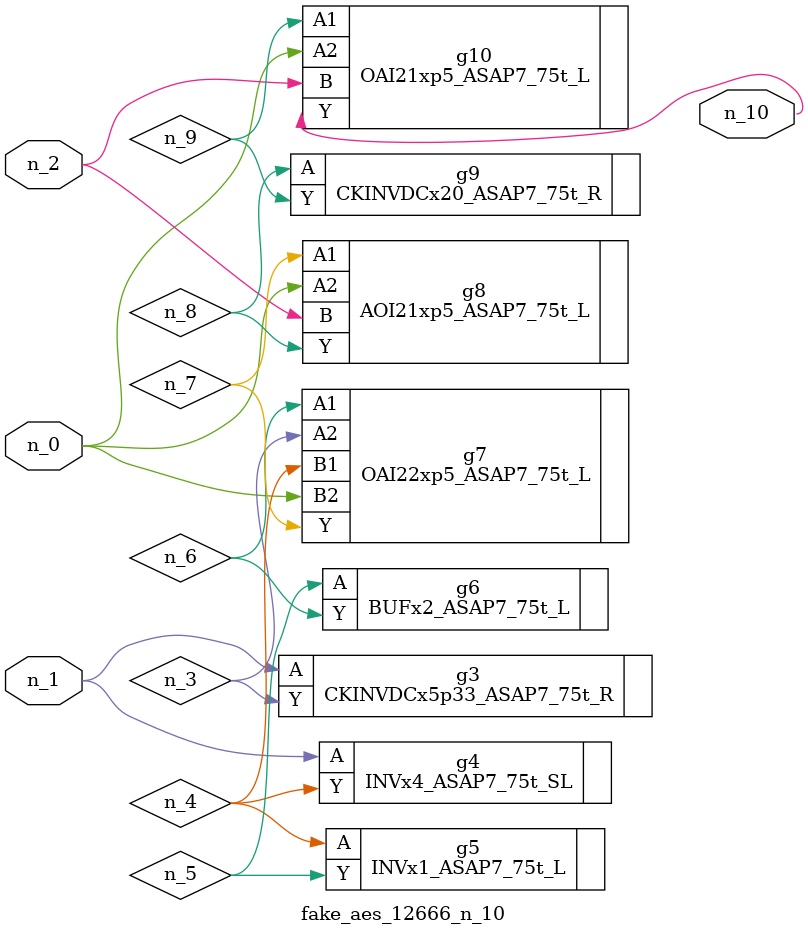
<source format=v>
module fake_aes_12666_n_10 (n_1, n_2, n_0, n_10);
input n_1;
input n_2;
input n_0;
output n_10;
wire n_6;
wire n_4;
wire n_3;
wire n_9;
wire n_5;
wire n_7;
wire n_8;
CKINVDCx5p33_ASAP7_75t_R g3 ( .A(n_1), .Y(n_3) );
INVx4_ASAP7_75t_SL g4 ( .A(n_1), .Y(n_4) );
INVx1_ASAP7_75t_L g5 ( .A(n_4), .Y(n_5) );
BUFx2_ASAP7_75t_L g6 ( .A(n_5), .Y(n_6) );
OAI22xp5_ASAP7_75t_L g7 ( .A1(n_6), .A2(n_3), .B1(n_4), .B2(n_0), .Y(n_7) );
AOI21xp5_ASAP7_75t_L g8 ( .A1(n_7), .A2(n_0), .B(n_2), .Y(n_8) );
CKINVDCx20_ASAP7_75t_R g9 ( .A(n_8), .Y(n_9) );
OAI21xp5_ASAP7_75t_L g10 ( .A1(n_9), .A2(n_0), .B(n_2), .Y(n_10) );
endmodule
</source>
